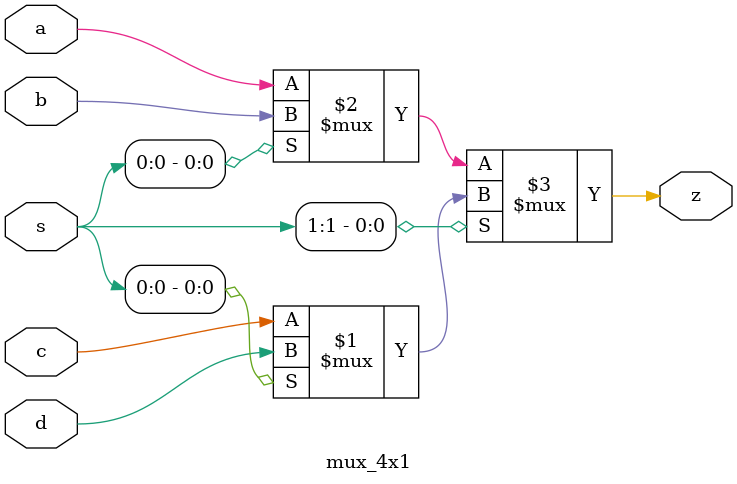
<source format=v>
module mux_4x1(
  input a,
  input b,
  input c,
  input d,
  input[1:0] s,
  output z
);
  assign z = s[1] ? (s[0] ? d : c) : (s[0] ? b : a);
endmodule


</source>
